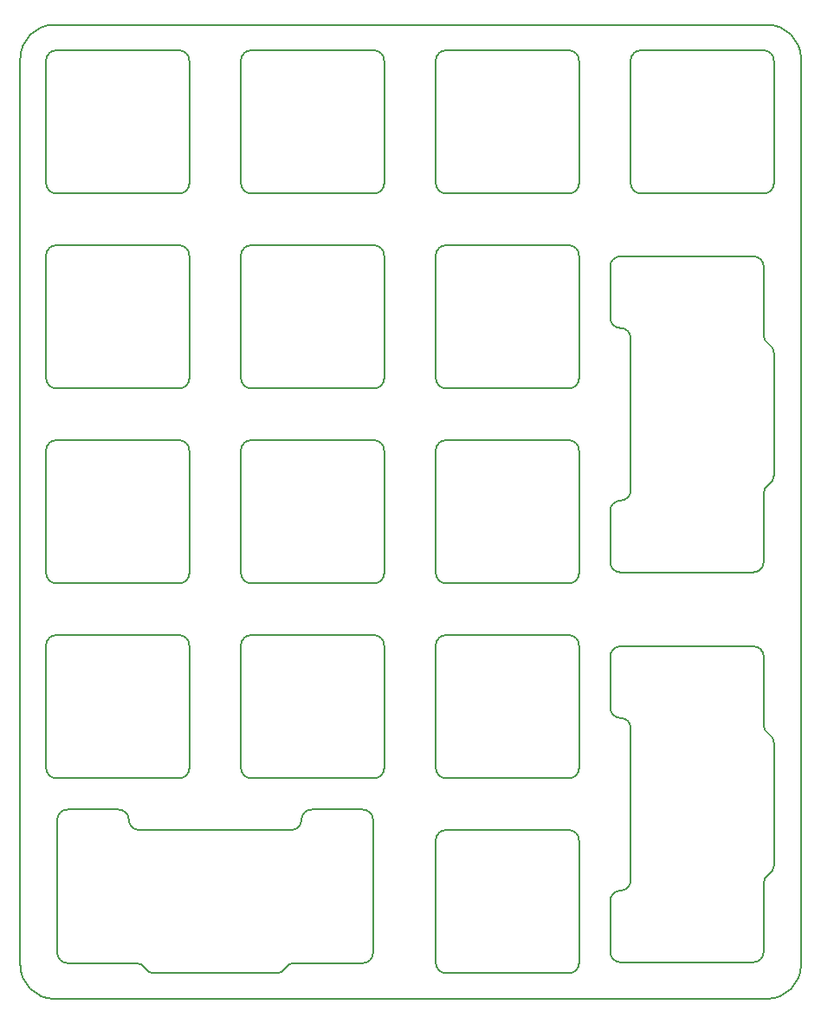
<source format=gts>
G04 #@! TF.GenerationSoftware,KiCad,Pcbnew,5.1.10-88a1d61d58~90~ubuntu21.04.1*
G04 #@! TF.CreationDate,2021-08-17T12:25:35+02:00*
G04 #@! TF.ProjectId,discipad-plate,64697363-6970-4616-942d-706c6174652e,rev?*
G04 #@! TF.SameCoordinates,Original*
G04 #@! TF.FileFunction,Soldermask,Top*
G04 #@! TF.FilePolarity,Negative*
%FSLAX46Y46*%
G04 Gerber Fmt 4.6, Leading zero omitted, Abs format (unit mm)*
G04 Created by KiCad (PCBNEW 5.1.10-88a1d61d58~90~ubuntu21.04.1) date 2021-08-17 12:25:35*
%MOMM*%
%LPD*%
G01*
G04 APERTURE LIST*
G04 #@! TA.AperFunction,Profile*
%ADD10C,0.200000*%
G04 #@! TD*
G04 #@! TA.AperFunction,Profile*
%ADD11C,0.150000*%
G04 #@! TD*
G04 APERTURE END LIST*
D10*
X177339693Y-96212493D02*
X164339693Y-96212493D01*
X131581519Y-134901494D02*
G75*
G02*
X132447544Y-134401494I866025J-500000D01*
G01*
X115277493Y-119401493D02*
X110277493Y-119401493D01*
X110277493Y-134401493D02*
G75*
G02*
X109277493Y-133401493I0J1000000D01*
G01*
X133153493Y-120401493D02*
X133153493Y-120401493D01*
X109277493Y-120401493D02*
G75*
G02*
X110277493Y-119401493I1000000J0D01*
G01*
X133153493Y-120401493D02*
G75*
G02*
X134153493Y-119401493I1000000J0D01*
G01*
X131581518Y-134901494D02*
G75*
G02*
X130715493Y-135401494I-866025J500000D01*
G01*
X132153493Y-121401494D02*
X117277493Y-121401494D01*
X130715493Y-135401494D02*
X118715493Y-135401494D01*
X140153493Y-133401493D02*
X140153493Y-120401493D01*
X117277493Y-121401493D02*
G75*
G02*
X116277493Y-120401493I0J1000000D01*
G01*
X115277493Y-119401493D02*
G75*
G02*
X116277493Y-120401493I0J-1000000D01*
G01*
X139153493Y-119401493D02*
X134153493Y-119401493D01*
X133153494Y-120401493D02*
G75*
G02*
X132153493Y-121401494I-1000001J0D01*
G01*
X116983443Y-134401494D02*
G75*
G02*
X117849468Y-134901494I0J-1000000D01*
G01*
X139153493Y-134401493D02*
X132447544Y-134401494D01*
X140153493Y-133401493D02*
G75*
G02*
X139153493Y-134401493I-1000000J0D01*
G01*
X116277493Y-120401493D02*
X116277493Y-120401493D01*
X110277493Y-134401493D02*
X116983443Y-134401494D01*
X139153493Y-119401493D02*
G75*
G02*
X140153493Y-120401493I0J-1000000D01*
G01*
X118715493Y-135401494D02*
G75*
G02*
X117849468Y-134901494I0J1000000D01*
G01*
X109277493Y-133401493D02*
X109277493Y-120401493D01*
X178840494Y-112019467D02*
G75*
G02*
X178340494Y-111153442I500000J866025D01*
G01*
X163340493Y-128323493D02*
X163340493Y-133323493D01*
X178340493Y-133323493D02*
G75*
G02*
X177340493Y-134323493I-1000000J0D01*
G01*
X164340493Y-110447493D02*
X164340493Y-110447493D01*
X164340493Y-134323493D02*
G75*
G02*
X163340493Y-133323493I0J1000000D01*
G01*
X164340493Y-110447493D02*
G75*
G02*
X163340493Y-109447493I0J1000000D01*
G01*
X178840494Y-112019468D02*
G75*
G02*
X179340494Y-112885493I-500000J-866025D01*
G01*
X165340494Y-111447493D02*
X165340494Y-126323493D01*
X179340494Y-112885493D02*
X179340494Y-124885493D01*
X177340493Y-103447493D02*
X164340493Y-103447493D01*
X165340493Y-126323493D02*
G75*
G02*
X164340493Y-127323493I-1000000J0D01*
G01*
X163340493Y-128323493D02*
G75*
G02*
X164340493Y-127323493I1000000J0D01*
G01*
X163340493Y-104447493D02*
X163340493Y-109447493D01*
X164340493Y-110447492D02*
G75*
G02*
X165340494Y-111447493I0J-1000001D01*
G01*
X178340494Y-126617543D02*
G75*
G02*
X178840494Y-125751518I1000000J0D01*
G01*
X178340493Y-104447493D02*
X178340494Y-111153442D01*
X177340493Y-103447493D02*
G75*
G02*
X178340493Y-104447493I0J-1000000D01*
G01*
X164340493Y-127323493D02*
X164340493Y-127323493D01*
X178340493Y-133323493D02*
X178340494Y-126617543D01*
X163340493Y-104447493D02*
G75*
G02*
X164340493Y-103447493I1000000J0D01*
G01*
X179340494Y-124885493D02*
G75*
G02*
X178840494Y-125751518I-1000000J0D01*
G01*
X177340493Y-134323493D02*
X164340493Y-134323493D01*
X163339693Y-66336493D02*
G75*
G02*
X164339693Y-65336493I1000000J0D01*
G01*
X177339693Y-65336493D02*
X164339693Y-65336493D01*
X178339693Y-95212493D02*
G75*
G02*
X177339693Y-96212493I-1000000J0D01*
G01*
X179339694Y-86774493D02*
G75*
G02*
X178839694Y-87640518I-1000000J0D01*
G01*
X163339693Y-90212493D02*
G75*
G02*
X164339693Y-89212493I1000000J0D01*
G01*
X178839694Y-73908468D02*
G75*
G02*
X179339694Y-74774493I-500000J-866025D01*
G01*
X164339693Y-72336493D02*
G75*
G02*
X163339693Y-71336493I0J1000000D01*
G01*
X164339693Y-96212493D02*
G75*
G02*
X163339693Y-95212493I0J1000000D01*
G01*
X178339693Y-66336493D02*
X178339694Y-73042442D01*
X165339694Y-73336493D02*
X165339694Y-88212493D01*
X164339693Y-89212493D02*
X164339693Y-89212493D01*
X164339693Y-72336493D02*
X164339693Y-72336493D01*
X178339693Y-95212493D02*
X178339694Y-88506543D01*
X165339693Y-88212493D02*
G75*
G02*
X164339693Y-89212493I-1000000J0D01*
G01*
X177339693Y-65336493D02*
G75*
G02*
X178339693Y-66336493I0J-1000000D01*
G01*
X164339693Y-72336492D02*
G75*
G02*
X165339694Y-73336493I0J-1000001D01*
G01*
X178339694Y-88506543D02*
G75*
G02*
X178839694Y-87640518I1000000J0D01*
G01*
X178839694Y-73908467D02*
G75*
G02*
X178339694Y-73042442I500000J866025D01*
G01*
X163339693Y-66336493D02*
X163339693Y-71336493D01*
X179339694Y-74774493D02*
X179339694Y-86774493D01*
X163339693Y-90212493D02*
X163339693Y-95212493D01*
X159288999Y-121400993D02*
X147288993Y-121400993D01*
X146288992Y-122400994D02*
G75*
G02*
X147288993Y-121400993I1000001J0D01*
G01*
X159288999Y-121400993D02*
G75*
G02*
X160289000Y-122400994I0J-1000001D01*
G01*
X160289000Y-134401000D02*
G75*
G02*
X159288999Y-135401001I-1000001J0D01*
G01*
X147288993Y-135401001D02*
X159288999Y-135401001D01*
X160289000Y-134401000D02*
X160289000Y-122400994D01*
X146288992Y-122400994D02*
X146288992Y-134401000D01*
X147288993Y-135401001D02*
G75*
G02*
X146288992Y-134401000I0J1000001D01*
G01*
X108188992Y-103350994D02*
G75*
G02*
X109188993Y-102350993I1000001J0D01*
G01*
X122189000Y-115351000D02*
G75*
G02*
X121188999Y-116351001I-1000001J0D01*
G01*
X127238992Y-103350994D02*
G75*
G02*
X128238993Y-102350993I1000001J0D01*
G01*
X121188999Y-102350993D02*
X109188993Y-102350993D01*
X141239000Y-115351000D02*
X141239000Y-103350994D01*
X109188993Y-116351001D02*
X121188999Y-116351001D01*
X160289000Y-115351000D02*
X160289000Y-103350994D01*
X127238992Y-103350994D02*
X127238992Y-115351000D01*
X147288993Y-116351001D02*
G75*
G02*
X146288992Y-115351000I0J1000001D01*
G01*
X140238999Y-102350993D02*
X128238993Y-102350993D01*
X122189000Y-115351000D02*
X122189000Y-103350994D01*
X159288999Y-102350993D02*
X147288993Y-102350993D01*
X146288992Y-103350994D02*
G75*
G02*
X147288993Y-102350993I1000001J0D01*
G01*
X160289000Y-115351000D02*
G75*
G02*
X159288999Y-116351001I-1000001J0D01*
G01*
X121188999Y-102350993D02*
G75*
G02*
X122189000Y-103350994I0J-1000001D01*
G01*
X147288993Y-116351001D02*
X159288999Y-116351001D01*
X109188993Y-116351001D02*
G75*
G02*
X108188992Y-115351000I0J1000001D01*
G01*
X141239000Y-115351000D02*
G75*
G02*
X140238999Y-116351001I-1000001J0D01*
G01*
X128238993Y-116351001D02*
X140238999Y-116351001D01*
X108188992Y-103350994D02*
X108188992Y-115351000D01*
X159288999Y-102350993D02*
G75*
G02*
X160289000Y-103350994I0J-1000001D01*
G01*
X140238999Y-102350993D02*
G75*
G02*
X141239000Y-103350994I0J-1000001D01*
G01*
X146288992Y-103350994D02*
X146288992Y-115351000D01*
X128238993Y-116351001D02*
G75*
G02*
X127238992Y-115351000I0J1000001D01*
G01*
X108188992Y-84300994D02*
G75*
G02*
X109188993Y-83300993I1000001J0D01*
G01*
X122189000Y-96301000D02*
G75*
G02*
X121188999Y-97301001I-1000001J0D01*
G01*
X127238992Y-84300994D02*
G75*
G02*
X128238993Y-83300993I1000001J0D01*
G01*
X121188999Y-83300993D02*
X109188993Y-83300993D01*
X141239000Y-96301000D02*
X141239000Y-84300994D01*
X109188993Y-97301001D02*
X121188999Y-97301001D01*
X160289000Y-96301000D02*
X160289000Y-84300994D01*
X127238992Y-84300994D02*
X127238992Y-96301000D01*
X147288993Y-97301001D02*
G75*
G02*
X146288992Y-96301000I0J1000001D01*
G01*
X140238999Y-83300993D02*
X128238993Y-83300993D01*
X122189000Y-96301000D02*
X122189000Y-84300994D01*
X159288999Y-83300993D02*
X147288993Y-83300993D01*
X146288992Y-84300994D02*
G75*
G02*
X147288993Y-83300993I1000001J0D01*
G01*
X160289000Y-96301000D02*
G75*
G02*
X159288999Y-97301001I-1000001J0D01*
G01*
X121188999Y-83300993D02*
G75*
G02*
X122189000Y-84300994I0J-1000001D01*
G01*
X147288993Y-97301001D02*
X159288999Y-97301001D01*
X109188993Y-97301001D02*
G75*
G02*
X108188992Y-96301000I0J1000001D01*
G01*
X141239000Y-96301000D02*
G75*
G02*
X140238999Y-97301001I-1000001J0D01*
G01*
X128238993Y-97301001D02*
X140238999Y-97301001D01*
X108188992Y-84300994D02*
X108188992Y-96301000D01*
X159288999Y-83300993D02*
G75*
G02*
X160289000Y-84300994I0J-1000001D01*
G01*
X140238999Y-83300993D02*
G75*
G02*
X141239000Y-84300994I0J-1000001D01*
G01*
X146288992Y-84300994D02*
X146288992Y-96301000D01*
X128238993Y-97301001D02*
G75*
G02*
X127238992Y-96301000I0J1000001D01*
G01*
X122189000Y-77251000D02*
G75*
G02*
X121188999Y-78251001I-1000001J0D01*
G01*
X140238999Y-64250993D02*
X128238993Y-64250993D01*
X160289000Y-77251000D02*
X160289000Y-65250994D01*
X147288993Y-78251001D02*
X159288999Y-78251001D01*
X127238992Y-65250994D02*
G75*
G02*
X128238993Y-64250993I1000001J0D01*
G01*
X128238993Y-78251001D02*
G75*
G02*
X127238992Y-77251000I0J1000001D01*
G01*
X141239000Y-77251000D02*
G75*
G02*
X140238999Y-78251001I-1000001J0D01*
G01*
X109188993Y-78251001D02*
G75*
G02*
X108188992Y-77251000I0J1000001D01*
G01*
X146288992Y-65250994D02*
X146288992Y-77251000D01*
X140238999Y-64250993D02*
G75*
G02*
X141239000Y-65250994I0J-1000001D01*
G01*
X159288999Y-64250993D02*
G75*
G02*
X160289000Y-65250994I0J-1000001D01*
G01*
X159288999Y-64250993D02*
X147288993Y-64250993D01*
X141239000Y-77251000D02*
X141239000Y-65250994D01*
X127238992Y-65250994D02*
X127238992Y-77251000D01*
X108188992Y-65250994D02*
X108188992Y-77251000D01*
X128238993Y-78251001D02*
X140238999Y-78251001D01*
X121188999Y-64250993D02*
X109188993Y-64250993D01*
X147288993Y-78251001D02*
G75*
G02*
X146288992Y-77251000I0J1000001D01*
G01*
X122189000Y-77251000D02*
X122189000Y-65250994D01*
X160289000Y-77251000D02*
G75*
G02*
X159288999Y-78251001I-1000001J0D01*
G01*
X109188993Y-78251001D02*
X121188999Y-78251001D01*
X146288992Y-65250994D02*
G75*
G02*
X147288993Y-64250993I1000001J0D01*
G01*
X108188992Y-65250994D02*
G75*
G02*
X109188993Y-64250993I1000001J0D01*
G01*
X121188999Y-64250993D02*
G75*
G02*
X122189000Y-65250994I0J-1000001D01*
G01*
X179339000Y-58201000D02*
X179339000Y-46200994D01*
X166338993Y-59201001D02*
X178338999Y-59201001D01*
X165338992Y-46200994D02*
X165338992Y-58201000D01*
X178338999Y-45200993D02*
G75*
G02*
X179339000Y-46200994I0J-1000001D01*
G01*
X178338999Y-45200993D02*
X166338993Y-45200993D01*
X166338993Y-59201001D02*
G75*
G02*
X165338992Y-58201000I0J1000001D01*
G01*
X179339000Y-58201000D02*
G75*
G02*
X178338999Y-59201001I-1000001J0D01*
G01*
X165338992Y-46200994D02*
G75*
G02*
X166338993Y-45200993I1000001J0D01*
G01*
X159288999Y-45200993D02*
X147288993Y-45200993D01*
X146288992Y-46200994D02*
G75*
G02*
X147288993Y-45200993I1000001J0D01*
G01*
X147288993Y-59201001D02*
G75*
G02*
X146288992Y-58201000I0J1000001D01*
G01*
X160289000Y-58201000D02*
G75*
G02*
X159288999Y-59201001I-1000001J0D01*
G01*
X159288999Y-45200993D02*
G75*
G02*
X160289000Y-46200994I0J-1000001D01*
G01*
X160289000Y-58201000D02*
X160289000Y-46200994D01*
X146288992Y-46200994D02*
X146288992Y-58201000D01*
X147288993Y-59201001D02*
X159288999Y-59201001D01*
X141239000Y-58201000D02*
G75*
G02*
X140238999Y-59201001I-1000001J0D01*
G01*
X128238993Y-59201001D02*
G75*
G02*
X127238992Y-58201000I0J1000001D01*
G01*
X127238992Y-46200994D02*
X127238992Y-58201000D01*
X140238999Y-45200993D02*
X128238993Y-45200993D01*
X141239000Y-58201000D02*
X141239000Y-46200994D01*
X128238993Y-59201001D02*
X140238999Y-59201001D01*
X127238992Y-46200994D02*
G75*
G02*
X128238993Y-45200993I1000001J0D01*
G01*
X140238999Y-45200993D02*
G75*
G02*
X141239000Y-46200994I0J-1000001D01*
G01*
X109188993Y-59201001D02*
G75*
G02*
X108188992Y-58201000I0J1000001D01*
G01*
X121188999Y-45200993D02*
X109188993Y-45200993D01*
X122189000Y-58201000D02*
X122189000Y-46200994D01*
X108188992Y-46200994D02*
G75*
G02*
X109188993Y-45200993I1000001J0D01*
G01*
X121188999Y-45200993D02*
G75*
G02*
X122189000Y-46200994I0J-1000001D01*
G01*
X122189000Y-58201000D02*
G75*
G02*
X121188999Y-59201001I-1000001J0D01*
G01*
X109188993Y-59201001D02*
X121188999Y-59201001D01*
X108188992Y-46200994D02*
X108188992Y-58201000D01*
D11*
X108977543Y-137901737D02*
G75*
G02*
X105670421Y-134594615I0J3307122D01*
G01*
X181996697Y-134594615D02*
G75*
G02*
X178689575Y-137901737I-3307122J0D01*
G01*
X178689575Y-42701737D02*
G75*
G02*
X181996697Y-46008859I0J-3307122D01*
G01*
X105670421Y-46008859D02*
G75*
G02*
X108977543Y-42701737I3307122J0D01*
G01*
X105670421Y-134594615D02*
X105670421Y-46008859D01*
X108977543Y-42701737D02*
X178689575Y-42701737D01*
X181996697Y-46008859D02*
X181996697Y-134594615D01*
X178689575Y-137901737D02*
X108977543Y-137901737D01*
D10*
X177339693Y-96212493D02*
X164339693Y-96212493D01*
X131581519Y-134901494D02*
G75*
G02*
X132447544Y-134401494I866025J-500000D01*
G01*
X115277493Y-119401493D02*
X110277493Y-119401493D01*
X110277493Y-134401493D02*
G75*
G02*
X109277493Y-133401493I0J1000000D01*
G01*
X133153493Y-120401493D02*
X133153493Y-120401493D01*
X109277493Y-120401493D02*
G75*
G02*
X110277493Y-119401493I1000000J0D01*
G01*
X133153493Y-120401493D02*
G75*
G02*
X134153493Y-119401493I1000000J0D01*
G01*
X131581518Y-134901494D02*
G75*
G02*
X130715493Y-135401494I-866025J500000D01*
G01*
X132153493Y-121401494D02*
X117277493Y-121401494D01*
X130715493Y-135401494D02*
X118715493Y-135401494D01*
X140153493Y-133401493D02*
X140153493Y-120401493D01*
X117277493Y-121401493D02*
G75*
G02*
X116277493Y-120401493I0J1000000D01*
G01*
X115277493Y-119401493D02*
G75*
G02*
X116277493Y-120401493I0J-1000000D01*
G01*
X139153493Y-119401493D02*
X134153493Y-119401493D01*
X133153494Y-120401493D02*
G75*
G02*
X132153493Y-121401494I-1000001J0D01*
G01*
X116983443Y-134401494D02*
G75*
G02*
X117849468Y-134901494I0J-1000000D01*
G01*
X139153493Y-134401493D02*
X132447544Y-134401494D01*
X140153493Y-133401493D02*
G75*
G02*
X139153493Y-134401493I-1000000J0D01*
G01*
X116277493Y-120401493D02*
X116277493Y-120401493D01*
X110277493Y-134401493D02*
X116983443Y-134401494D01*
X139153493Y-119401493D02*
G75*
G02*
X140153493Y-120401493I0J-1000000D01*
G01*
X118715493Y-135401494D02*
G75*
G02*
X117849468Y-134901494I0J1000000D01*
G01*
X109277493Y-133401493D02*
X109277493Y-120401493D01*
X178840494Y-112019467D02*
G75*
G02*
X178340494Y-111153442I500000J866025D01*
G01*
X163340493Y-128323493D02*
X163340493Y-133323493D01*
X178340493Y-133323493D02*
G75*
G02*
X177340493Y-134323493I-1000000J0D01*
G01*
X164340493Y-110447493D02*
X164340493Y-110447493D01*
X164340493Y-134323493D02*
G75*
G02*
X163340493Y-133323493I0J1000000D01*
G01*
X164340493Y-110447493D02*
G75*
G02*
X163340493Y-109447493I0J1000000D01*
G01*
X178840494Y-112019468D02*
G75*
G02*
X179340494Y-112885493I-500000J-866025D01*
G01*
X165340494Y-111447493D02*
X165340494Y-126323493D01*
X179340494Y-112885493D02*
X179340494Y-124885493D01*
X177340493Y-103447493D02*
X164340493Y-103447493D01*
X165340493Y-126323493D02*
G75*
G02*
X164340493Y-127323493I-1000000J0D01*
G01*
X163340493Y-128323493D02*
G75*
G02*
X164340493Y-127323493I1000000J0D01*
G01*
X163340493Y-104447493D02*
X163340493Y-109447493D01*
X164340493Y-110447492D02*
G75*
G02*
X165340494Y-111447493I0J-1000001D01*
G01*
X178340494Y-126617543D02*
G75*
G02*
X178840494Y-125751518I1000000J0D01*
G01*
X178340493Y-104447493D02*
X178340494Y-111153442D01*
X177340493Y-103447493D02*
G75*
G02*
X178340493Y-104447493I0J-1000000D01*
G01*
X164340493Y-127323493D02*
X164340493Y-127323493D01*
X178340493Y-133323493D02*
X178340494Y-126617543D01*
X163340493Y-104447493D02*
G75*
G02*
X164340493Y-103447493I1000000J0D01*
G01*
X179340494Y-124885493D02*
G75*
G02*
X178840494Y-125751518I-1000000J0D01*
G01*
X177340493Y-134323493D02*
X164340493Y-134323493D01*
X163339693Y-66336493D02*
G75*
G02*
X164339693Y-65336493I1000000J0D01*
G01*
X177339693Y-65336493D02*
X164339693Y-65336493D01*
X178339693Y-95212493D02*
G75*
G02*
X177339693Y-96212493I-1000000J0D01*
G01*
X179339694Y-86774493D02*
G75*
G02*
X178839694Y-87640518I-1000000J0D01*
G01*
X163339693Y-90212493D02*
G75*
G02*
X164339693Y-89212493I1000000J0D01*
G01*
X178839694Y-73908468D02*
G75*
G02*
X179339694Y-74774493I-500000J-866025D01*
G01*
X164339693Y-72336493D02*
G75*
G02*
X163339693Y-71336493I0J1000000D01*
G01*
X164339693Y-96212493D02*
G75*
G02*
X163339693Y-95212493I0J1000000D01*
G01*
X178339693Y-66336493D02*
X178339694Y-73042442D01*
X165339694Y-73336493D02*
X165339694Y-88212493D01*
X164339693Y-89212493D02*
X164339693Y-89212493D01*
X164339693Y-72336493D02*
X164339693Y-72336493D01*
X178339693Y-95212493D02*
X178339694Y-88506543D01*
X165339693Y-88212493D02*
G75*
G02*
X164339693Y-89212493I-1000000J0D01*
G01*
X177339693Y-65336493D02*
G75*
G02*
X178339693Y-66336493I0J-1000000D01*
G01*
X164339693Y-72336492D02*
G75*
G02*
X165339694Y-73336493I0J-1000001D01*
G01*
X178339694Y-88506543D02*
G75*
G02*
X178839694Y-87640518I1000000J0D01*
G01*
X178839694Y-73908467D02*
G75*
G02*
X178339694Y-73042442I500000J866025D01*
G01*
X163339693Y-66336493D02*
X163339693Y-71336493D01*
X179339694Y-74774493D02*
X179339694Y-86774493D01*
X163339693Y-90212493D02*
X163339693Y-95212493D01*
X159288999Y-121400993D02*
X147288993Y-121400993D01*
X146288992Y-122400994D02*
G75*
G02*
X147288993Y-121400993I1000001J0D01*
G01*
X159288999Y-121400993D02*
G75*
G02*
X160289000Y-122400994I0J-1000001D01*
G01*
X160289000Y-134401000D02*
G75*
G02*
X159288999Y-135401001I-1000001J0D01*
G01*
X147288993Y-135401001D02*
X159288999Y-135401001D01*
X160289000Y-134401000D02*
X160289000Y-122400994D01*
X146288992Y-122400994D02*
X146288992Y-134401000D01*
X147288993Y-135401001D02*
G75*
G02*
X146288992Y-134401000I0J1000001D01*
G01*
X108188992Y-103350994D02*
G75*
G02*
X109188993Y-102350993I1000001J0D01*
G01*
X122189000Y-115351000D02*
G75*
G02*
X121188999Y-116351001I-1000001J0D01*
G01*
X127238992Y-103350994D02*
G75*
G02*
X128238993Y-102350993I1000001J0D01*
G01*
X121188999Y-102350993D02*
X109188993Y-102350993D01*
X141239000Y-115351000D02*
X141239000Y-103350994D01*
X109188993Y-116351001D02*
X121188999Y-116351001D01*
X160289000Y-115351000D02*
X160289000Y-103350994D01*
X127238992Y-103350994D02*
X127238992Y-115351000D01*
X147288993Y-116351001D02*
G75*
G02*
X146288992Y-115351000I0J1000001D01*
G01*
X140238999Y-102350993D02*
X128238993Y-102350993D01*
X122189000Y-115351000D02*
X122189000Y-103350994D01*
X159288999Y-102350993D02*
X147288993Y-102350993D01*
X146288992Y-103350994D02*
G75*
G02*
X147288993Y-102350993I1000001J0D01*
G01*
X160289000Y-115351000D02*
G75*
G02*
X159288999Y-116351001I-1000001J0D01*
G01*
X121188999Y-102350993D02*
G75*
G02*
X122189000Y-103350994I0J-1000001D01*
G01*
X147288993Y-116351001D02*
X159288999Y-116351001D01*
X109188993Y-116351001D02*
G75*
G02*
X108188992Y-115351000I0J1000001D01*
G01*
X141239000Y-115351000D02*
G75*
G02*
X140238999Y-116351001I-1000001J0D01*
G01*
X128238993Y-116351001D02*
X140238999Y-116351001D01*
X108188992Y-103350994D02*
X108188992Y-115351000D01*
X159288999Y-102350993D02*
G75*
G02*
X160289000Y-103350994I0J-1000001D01*
G01*
X140238999Y-102350993D02*
G75*
G02*
X141239000Y-103350994I0J-1000001D01*
G01*
X146288992Y-103350994D02*
X146288992Y-115351000D01*
X128238993Y-116351001D02*
G75*
G02*
X127238992Y-115351000I0J1000001D01*
G01*
X108188992Y-84300994D02*
G75*
G02*
X109188993Y-83300993I1000001J0D01*
G01*
X122189000Y-96301000D02*
G75*
G02*
X121188999Y-97301001I-1000001J0D01*
G01*
X127238992Y-84300994D02*
G75*
G02*
X128238993Y-83300993I1000001J0D01*
G01*
X121188999Y-83300993D02*
X109188993Y-83300993D01*
X141239000Y-96301000D02*
X141239000Y-84300994D01*
X109188993Y-97301001D02*
X121188999Y-97301001D01*
X160289000Y-96301000D02*
X160289000Y-84300994D01*
X127238992Y-84300994D02*
X127238992Y-96301000D01*
X147288993Y-97301001D02*
G75*
G02*
X146288992Y-96301000I0J1000001D01*
G01*
X140238999Y-83300993D02*
X128238993Y-83300993D01*
X122189000Y-96301000D02*
X122189000Y-84300994D01*
X159288999Y-83300993D02*
X147288993Y-83300993D01*
X146288992Y-84300994D02*
G75*
G02*
X147288993Y-83300993I1000001J0D01*
G01*
X160289000Y-96301000D02*
G75*
G02*
X159288999Y-97301001I-1000001J0D01*
G01*
X121188999Y-83300993D02*
G75*
G02*
X122189000Y-84300994I0J-1000001D01*
G01*
X147288993Y-97301001D02*
X159288999Y-97301001D01*
X109188993Y-97301001D02*
G75*
G02*
X108188992Y-96301000I0J1000001D01*
G01*
X141239000Y-96301000D02*
G75*
G02*
X140238999Y-97301001I-1000001J0D01*
G01*
X128238993Y-97301001D02*
X140238999Y-97301001D01*
X108188992Y-84300994D02*
X108188992Y-96301000D01*
X159288999Y-83300993D02*
G75*
G02*
X160289000Y-84300994I0J-1000001D01*
G01*
X140238999Y-83300993D02*
G75*
G02*
X141239000Y-84300994I0J-1000001D01*
G01*
X146288992Y-84300994D02*
X146288992Y-96301000D01*
X128238993Y-97301001D02*
G75*
G02*
X127238992Y-96301000I0J1000001D01*
G01*
X122189000Y-77251000D02*
G75*
G02*
X121188999Y-78251001I-1000001J0D01*
G01*
X140238999Y-64250993D02*
X128238993Y-64250993D01*
X160289000Y-77251000D02*
X160289000Y-65250994D01*
X147288993Y-78251001D02*
X159288999Y-78251001D01*
X127238992Y-65250994D02*
G75*
G02*
X128238993Y-64250993I1000001J0D01*
G01*
X128238993Y-78251001D02*
G75*
G02*
X127238992Y-77251000I0J1000001D01*
G01*
X141239000Y-77251000D02*
G75*
G02*
X140238999Y-78251001I-1000001J0D01*
G01*
X109188993Y-78251001D02*
G75*
G02*
X108188992Y-77251000I0J1000001D01*
G01*
X146288992Y-65250994D02*
X146288992Y-77251000D01*
X140238999Y-64250993D02*
G75*
G02*
X141239000Y-65250994I0J-1000001D01*
G01*
X159288999Y-64250993D02*
G75*
G02*
X160289000Y-65250994I0J-1000001D01*
G01*
X159288999Y-64250993D02*
X147288993Y-64250993D01*
X141239000Y-77251000D02*
X141239000Y-65250994D01*
X127238992Y-65250994D02*
X127238992Y-77251000D01*
X108188992Y-65250994D02*
X108188992Y-77251000D01*
X128238993Y-78251001D02*
X140238999Y-78251001D01*
X121188999Y-64250993D02*
X109188993Y-64250993D01*
X147288993Y-78251001D02*
G75*
G02*
X146288992Y-77251000I0J1000001D01*
G01*
X122189000Y-77251000D02*
X122189000Y-65250994D01*
X160289000Y-77251000D02*
G75*
G02*
X159288999Y-78251001I-1000001J0D01*
G01*
X109188993Y-78251001D02*
X121188999Y-78251001D01*
X146288992Y-65250994D02*
G75*
G02*
X147288993Y-64250993I1000001J0D01*
G01*
X108188992Y-65250994D02*
G75*
G02*
X109188993Y-64250993I1000001J0D01*
G01*
X121188999Y-64250993D02*
G75*
G02*
X122189000Y-65250994I0J-1000001D01*
G01*
X179339000Y-58201000D02*
X179339000Y-46200994D01*
X166338993Y-59201001D02*
X178338999Y-59201001D01*
X165338992Y-46200994D02*
X165338992Y-58201000D01*
X178338999Y-45200993D02*
G75*
G02*
X179339000Y-46200994I0J-1000001D01*
G01*
X178338999Y-45200993D02*
X166338993Y-45200993D01*
X166338993Y-59201001D02*
G75*
G02*
X165338992Y-58201000I0J1000001D01*
G01*
X179339000Y-58201000D02*
G75*
G02*
X178338999Y-59201001I-1000001J0D01*
G01*
X165338992Y-46200994D02*
G75*
G02*
X166338993Y-45200993I1000001J0D01*
G01*
X159288999Y-45200993D02*
X147288993Y-45200993D01*
X146288992Y-46200994D02*
G75*
G02*
X147288993Y-45200993I1000001J0D01*
G01*
X147288993Y-59201001D02*
G75*
G02*
X146288992Y-58201000I0J1000001D01*
G01*
X160289000Y-58201000D02*
G75*
G02*
X159288999Y-59201001I-1000001J0D01*
G01*
X159288999Y-45200993D02*
G75*
G02*
X160289000Y-46200994I0J-1000001D01*
G01*
X160289000Y-58201000D02*
X160289000Y-46200994D01*
X146288992Y-46200994D02*
X146288992Y-58201000D01*
X147288993Y-59201001D02*
X159288999Y-59201001D01*
X141239000Y-58201000D02*
G75*
G02*
X140238999Y-59201001I-1000001J0D01*
G01*
X128238993Y-59201001D02*
G75*
G02*
X127238992Y-58201000I0J1000001D01*
G01*
X127238992Y-46200994D02*
X127238992Y-58201000D01*
X140238999Y-45200993D02*
X128238993Y-45200993D01*
X141239000Y-58201000D02*
X141239000Y-46200994D01*
X128238993Y-59201001D02*
X140238999Y-59201001D01*
X127238992Y-46200994D02*
G75*
G02*
X128238993Y-45200993I1000001J0D01*
G01*
X140238999Y-45200993D02*
G75*
G02*
X141239000Y-46200994I0J-1000001D01*
G01*
X109188993Y-59201001D02*
G75*
G02*
X108188992Y-58201000I0J1000001D01*
G01*
X121188999Y-45200993D02*
X109188993Y-45200993D01*
X122189000Y-58201000D02*
X122189000Y-46200994D01*
X108188992Y-46200994D02*
G75*
G02*
X109188993Y-45200993I1000001J0D01*
G01*
X121188999Y-45200993D02*
G75*
G02*
X122189000Y-46200994I0J-1000001D01*
G01*
X122189000Y-58201000D02*
G75*
G02*
X121188999Y-59201001I-1000001J0D01*
G01*
X109188993Y-59201001D02*
X121188999Y-59201001D01*
X108188992Y-46200994D02*
X108188992Y-58201000D01*
D11*
X108977543Y-137901737D02*
G75*
G02*
X105670421Y-134594615I0J3307122D01*
G01*
X181996697Y-134594615D02*
G75*
G02*
X178689575Y-137901737I-3307122J0D01*
G01*
X178689575Y-42701737D02*
G75*
G02*
X181996697Y-46008859I0J-3307122D01*
G01*
X105670421Y-46008859D02*
G75*
G02*
X108977543Y-42701737I3307122J0D01*
G01*
X105670421Y-134594615D02*
X105670421Y-46008859D01*
X108977543Y-42701737D02*
X178689575Y-42701737D01*
X181996697Y-46008859D02*
X181996697Y-134594615D01*
X178689575Y-137901737D02*
X108977543Y-137901737D01*
M02*

</source>
